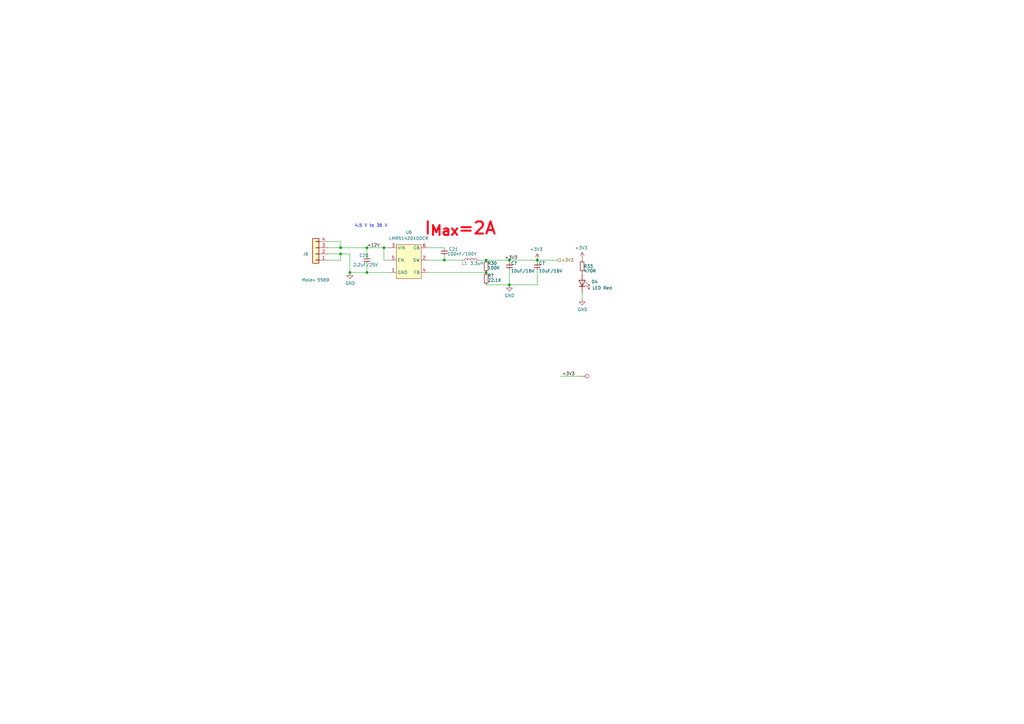
<source format=kicad_sch>
(kicad_sch
	(version 20231120)
	(generator "eeschema")
	(generator_version "8.0")
	(uuid "320f2caf-f00f-4432-86ed-f2c19d076281")
	(paper "A3")
	(title_block
		(date "2023-10-19")
		(rev "V0.1")
		(company "teTra")
	)
	(lib_symbols
		(symbol "Library:+3V3"
			(power)
			(pin_names
				(offset 0)
			)
			(exclude_from_sim no)
			(in_bom yes)
			(on_board yes)
			(property "Reference" "#PWR"
				(at 0 -3.81 0)
				(effects
					(font
						(size 1.27 1.27)
					)
					(hide yes)
				)
			)
			(property "Value" "+3V3"
				(at 0 3.556 0)
				(effects
					(font
						(size 1.27 1.27)
					)
				)
			)
			(property "Footprint" ""
				(at 0 0 0)
				(effects
					(font
						(size 1.27 1.27)
					)
					(hide yes)
				)
			)
			(property "Datasheet" ""
				(at 0 0 0)
				(effects
					(font
						(size 1.27 1.27)
					)
					(hide yes)
				)
			)
			(property "Description" "Power symbol creates a global label with name \"+3V3\""
				(at 0 0 0)
				(effects
					(font
						(size 1.27 1.27)
					)
					(hide yes)
				)
			)
			(property "ki_keywords" "global power"
				(at 0 0 0)
				(effects
					(font
						(size 1.27 1.27)
					)
					(hide yes)
				)
			)
			(symbol "+3V3_0_1"
				(polyline
					(pts
						(xy -0.762 1.27) (xy 0 2.54)
					)
					(stroke
						(width 0)
						(type default)
					)
					(fill
						(type none)
					)
				)
				(polyline
					(pts
						(xy 0 0) (xy 0 2.54)
					)
					(stroke
						(width 0)
						(type default)
					)
					(fill
						(type none)
					)
				)
				(polyline
					(pts
						(xy 0 2.54) (xy 0.762 1.27)
					)
					(stroke
						(width 0)
						(type default)
					)
					(fill
						(type none)
					)
				)
			)
			(symbol "+3V3_1_1"
				(pin power_in line
					(at 0 0 90)
					(length 0) hide
					(name "+3V3"
						(effects
							(font
								(size 1.27 1.27)
							)
						)
					)
					(number "1"
						(effects
							(font
								(size 1.27 1.27)
							)
						)
					)
				)
			)
		)
		(symbol "Library:C"
			(pin_numbers hide)
			(pin_names
				(offset 0.254)
			)
			(exclude_from_sim no)
			(in_bom yes)
			(on_board yes)
			(property "Reference" "C"
				(at 0.635 2.54 0)
				(effects
					(font
						(size 1.27 1.27)
					)
					(justify left)
				)
			)
			(property "Value" "C"
				(at 0.635 -2.54 0)
				(effects
					(font
						(size 1.27 1.27)
					)
					(justify left)
				)
			)
			(property "Footprint" ""
				(at 0.9652 -3.81 0)
				(effects
					(font
						(size 1.27 1.27)
					)
					(hide yes)
				)
			)
			(property "Datasheet" "~"
				(at 0 0 0)
				(effects
					(font
						(size 1.27 1.27)
					)
					(hide yes)
				)
			)
			(property "Description" "Unpolarized capacitor"
				(at 0 0 0)
				(effects
					(font
						(size 1.27 1.27)
					)
					(hide yes)
				)
			)
			(property "ki_keywords" "cap capacitor"
				(at 0 0 0)
				(effects
					(font
						(size 1.27 1.27)
					)
					(hide yes)
				)
			)
			(property "ki_fp_filters" "C_*"
				(at 0 0 0)
				(effects
					(font
						(size 1.27 1.27)
					)
					(hide yes)
				)
			)
			(symbol "C_1_1"
				(polyline
					(pts
						(xy -1.27 -0.508) (xy 1.27 -0.508)
					)
					(stroke
						(width 0.254)
						(type default)
					)
					(fill
						(type none)
					)
				)
				(polyline
					(pts
						(xy -1.27 0.508) (xy 1.27 0.508)
					)
					(stroke
						(width 0.254)
						(type default)
					)
					(fill
						(type none)
					)
				)
				(pin passive line
					(at 0 1.27 270)
					(length 0.762)
					(name "~"
						(effects
							(font
								(size 1.27 1.27)
							)
						)
					)
					(number "1"
						(effects
							(font
								(size 1.27 1.27)
							)
						)
					)
				)
				(pin passive line
					(at 0 -1.27 90)
					(length 0.762)
					(name "~"
						(effects
							(font
								(size 1.27 1.27)
							)
						)
					)
					(number "2"
						(effects
							(font
								(size 1.27 1.27)
							)
						)
					)
				)
			)
		)
		(symbol "Library:Conn_01x04"
			(pin_names
				(offset 1.016) hide)
			(exclude_from_sim no)
			(in_bom yes)
			(on_board yes)
			(property "Reference" "J"
				(at 0 5.08 0)
				(effects
					(font
						(size 1.27 1.27)
					)
				)
			)
			(property "Value" "Conn_01x04"
				(at 0 -7.62 0)
				(effects
					(font
						(size 1.27 1.27)
					)
				)
			)
			(property "Footprint" "Connector_PinHeader_2.54mm:PinHeader_1x04_P2.54mm_Vertical"
				(at 0 0 0)
				(effects
					(font
						(size 1.27 1.27)
					)
					(hide yes)
				)
			)
			(property "Datasheet" "~"
				(at 0 0 0)
				(effects
					(font
						(size 1.27 1.27)
					)
					(hide yes)
				)
			)
			(property "Description" "Generic connector, single row, 01x04, script generated (kicad-library-utils/schlib/autogen/connector/)"
				(at 0 0 0)
				(effects
					(font
						(size 1.27 1.27)
					)
					(hide yes)
				)
			)
			(property "ki_keywords" "connector"
				(at 0 0 0)
				(effects
					(font
						(size 1.27 1.27)
					)
					(hide yes)
				)
			)
			(property "ki_fp_filters" "Connector*:*_1x??_*"
				(at 0 0 0)
				(effects
					(font
						(size 1.27 1.27)
					)
					(hide yes)
				)
			)
			(symbol "Conn_01x04_1_1"
				(rectangle
					(start -1.27 -4.953)
					(end 0 -5.207)
					(stroke
						(width 0.1524)
						(type default)
					)
					(fill
						(type none)
					)
				)
				(rectangle
					(start -1.27 -2.413)
					(end 0 -2.667)
					(stroke
						(width 0.1524)
						(type default)
					)
					(fill
						(type none)
					)
				)
				(rectangle
					(start -1.27 0.127)
					(end 0 -0.127)
					(stroke
						(width 0.1524)
						(type default)
					)
					(fill
						(type none)
					)
				)
				(rectangle
					(start -1.27 2.667)
					(end 0 2.413)
					(stroke
						(width 0.1524)
						(type default)
					)
					(fill
						(type none)
					)
				)
				(rectangle
					(start -1.27 3.81)
					(end 1.27 -6.35)
					(stroke
						(width 0.254)
						(type default)
					)
					(fill
						(type background)
					)
				)
				(pin passive line
					(at -5.08 2.54 0)
					(length 3.81)
					(name "Pin_1"
						(effects
							(font
								(size 1.27 1.27)
							)
						)
					)
					(number "1"
						(effects
							(font
								(size 1.27 1.27)
							)
						)
					)
				)
				(pin passive line
					(at -5.08 0 0)
					(length 3.81)
					(name "Pin_2"
						(effects
							(font
								(size 1.27 1.27)
							)
						)
					)
					(number "2"
						(effects
							(font
								(size 1.27 1.27)
							)
						)
					)
				)
				(pin passive line
					(at -5.08 -2.54 0)
					(length 3.81)
					(name "Pin_3"
						(effects
							(font
								(size 1.27 1.27)
							)
						)
					)
					(number "3"
						(effects
							(font
								(size 1.27 1.27)
							)
						)
					)
				)
				(pin passive line
					(at -5.08 -5.08 0)
					(length 3.81)
					(name "Pin_4"
						(effects
							(font
								(size 1.27 1.27)
							)
						)
					)
					(number "4"
						(effects
							(font
								(size 1.27 1.27)
							)
						)
					)
				)
			)
		)
		(symbol "Library:GND"
			(power)
			(pin_names
				(offset 0)
			)
			(exclude_from_sim no)
			(in_bom yes)
			(on_board yes)
			(property "Reference" "#PWR"
				(at 0 -6.35 0)
				(effects
					(font
						(size 1.27 1.27)
					)
					(hide yes)
				)
			)
			(property "Value" "GND"
				(at 0 -3.81 0)
				(effects
					(font
						(size 1.27 1.27)
					)
				)
			)
			(property "Footprint" ""
				(at 0 0 0)
				(effects
					(font
						(size 1.27 1.27)
					)
					(hide yes)
				)
			)
			(property "Datasheet" ""
				(at 0 0 0)
				(effects
					(font
						(size 1.27 1.27)
					)
					(hide yes)
				)
			)
			(property "Description" "Power symbol creates a global label with name \"GND\" , ground"
				(at 0 0 0)
				(effects
					(font
						(size 1.27 1.27)
					)
					(hide yes)
				)
			)
			(property "ki_keywords" "global power"
				(at 0 0 0)
				(effects
					(font
						(size 1.27 1.27)
					)
					(hide yes)
				)
			)
			(symbol "GND_0_1"
				(polyline
					(pts
						(xy 0 0) (xy 0 -1.27) (xy 1.27 -1.27) (xy 0 -2.54) (xy -1.27 -1.27) (xy 0 -1.27)
					)
					(stroke
						(width 0)
						(type default)
					)
					(fill
						(type none)
					)
				)
			)
			(symbol "GND_1_1"
				(pin power_in line
					(at 0 0 270)
					(length 0) hide
					(name "GND"
						(effects
							(font
								(size 1.27 1.27)
							)
						)
					)
					(number "1"
						(effects
							(font
								(size 1.27 1.27)
							)
						)
					)
				)
			)
		)
		(symbol "Library:L"
			(pin_numbers hide)
			(pin_names
				(offset 1.016) hide)
			(exclude_from_sim no)
			(in_bom yes)
			(on_board yes)
			(property "Reference" "L"
				(at -1.27 0 90)
				(effects
					(font
						(size 1.27 1.27)
					)
				)
			)
			(property "Value" "L"
				(at 1.905 0 90)
				(effects
					(font
						(size 1.27 1.27)
					)
				)
			)
			(property "Footprint" ""
				(at 0 0 0)
				(effects
					(font
						(size 1.27 1.27)
					)
					(hide yes)
				)
			)
			(property "Datasheet" "~"
				(at 0 0 0)
				(effects
					(font
						(size 1.27 1.27)
					)
					(hide yes)
				)
			)
			(property "Description" "Inductor"
				(at 0 0 0)
				(effects
					(font
						(size 1.27 1.27)
					)
					(hide yes)
				)
			)
			(property "ki_keywords" "inductor choke coil reactor magnetic"
				(at 0 0 0)
				(effects
					(font
						(size 1.27 1.27)
					)
					(hide yes)
				)
			)
			(property "ki_fp_filters" "Choke_* *Coil* Inductor_* L_*"
				(at 0 0 0)
				(effects
					(font
						(size 1.27 1.27)
					)
					(hide yes)
				)
			)
			(symbol "L_0_1"
				(arc
					(start 0 -2.54)
					(mid 0.6323 -1.905)
					(end 0 -1.27)
					(stroke
						(width 0)
						(type default)
					)
					(fill
						(type none)
					)
				)
				(arc
					(start 0 -1.27)
					(mid 0.6323 -0.635)
					(end 0 0)
					(stroke
						(width 0)
						(type default)
					)
					(fill
						(type none)
					)
				)
				(arc
					(start 0 0)
					(mid 0.6323 0.635)
					(end 0 1.27)
					(stroke
						(width 0)
						(type default)
					)
					(fill
						(type none)
					)
				)
				(arc
					(start 0 1.27)
					(mid 0.6323 1.905)
					(end 0 2.54)
					(stroke
						(width 0)
						(type default)
					)
					(fill
						(type none)
					)
				)
			)
			(symbol "L_1_1"
				(pin passive line
					(at 0 3.81 270)
					(length 1.27)
					(name "1"
						(effects
							(font
								(size 1.27 1.27)
							)
						)
					)
					(number "1"
						(effects
							(font
								(size 1.27 1.27)
							)
						)
					)
				)
				(pin passive line
					(at 0 -3.81 90)
					(length 1.27)
					(name "2"
						(effects
							(font
								(size 1.27 1.27)
							)
						)
					)
					(number "2"
						(effects
							(font
								(size 1.27 1.27)
							)
						)
					)
				)
			)
		)
		(symbol "Library:LED"
			(pin_numbers hide)
			(pin_names
				(offset 1.016) hide)
			(exclude_from_sim no)
			(in_bom yes)
			(on_board yes)
			(property "Reference" "D"
				(at -0.762 -2.54 0)
				(effects
					(font
						(size 1.27 1.27)
					)
				)
			)
			(property "Value" "LED"
				(at -0.762 4.318 0)
				(effects
					(font
						(size 1.27 1.27)
					)
				)
			)
			(property "Footprint" ""
				(at 0 0 0)
				(effects
					(font
						(size 1.27 1.27)
					)
					(hide yes)
				)
			)
			(property "Datasheet" "~"
				(at 0 0 0)
				(effects
					(font
						(size 1.27 1.27)
					)
					(hide yes)
				)
			)
			(property "Description" "Light emitting diode"
				(at 0 0 0)
				(effects
					(font
						(size 1.27 1.27)
					)
					(hide yes)
				)
			)
			(property "ki_keywords" "LED diode"
				(at 0 0 0)
				(effects
					(font
						(size 1.27 1.27)
					)
					(hide yes)
				)
			)
			(property "ki_fp_filters" "LED* LED_SMD:* LED_THT:*"
				(at 0 0 0)
				(effects
					(font
						(size 1.27 1.27)
					)
					(hide yes)
				)
			)
			(symbol "LED_0_1"
				(polyline
					(pts
						(xy 1.27 0) (xy -1.27 0)
					)
					(stroke
						(width 0)
						(type default)
					)
					(fill
						(type none)
					)
				)
				(polyline
					(pts
						(xy 1.27 1.27) (xy 1.27 -1.27)
					)
					(stroke
						(width 0.254)
						(type default)
					)
					(fill
						(type none)
					)
				)
				(polyline
					(pts
						(xy -1.27 1.27) (xy -1.27 -1.27) (xy 1.27 0) (xy -1.27 1.27)
					)
					(stroke
						(width 0.254)
						(type default)
					)
					(fill
						(type none)
					)
				)
				(polyline
					(pts
						(xy -0.508 1.524) (xy 1.016 3.048) (xy 0.254 3.048) (xy 1.016 3.048) (xy 1.016 2.286)
					)
					(stroke
						(width 0)
						(type default)
					)
					(fill
						(type none)
					)
				)
				(polyline
					(pts
						(xy 0.762 1.524) (xy 2.286 3.048) (xy 1.524 3.048) (xy 2.286 3.048) (xy 2.286 2.286)
					)
					(stroke
						(width 0)
						(type default)
					)
					(fill
						(type none)
					)
				)
			)
			(symbol "LED_1_1"
				(pin passive line
					(at 3.81 0 180)
					(length 2.54)
					(name "K"
						(effects
							(font
								(size 1.27 1.27)
							)
						)
					)
					(number "1"
						(effects
							(font
								(size 1.27 1.27)
							)
						)
					)
				)
				(pin passive line
					(at -3.81 0 0)
					(length 2.54)
					(name "A"
						(effects
							(font
								(size 1.27 1.27)
							)
						)
					)
					(number "2"
						(effects
							(font
								(size 1.27 1.27)
							)
						)
					)
				)
			)
		)
		(symbol "Library:LMR51420"
			(exclude_from_sim no)
			(in_bom yes)
			(on_board yes)
			(property "Reference" "U"
				(at 2.54 7.62 0)
				(effects
					(font
						(size 1.27 1.27)
					)
				)
			)
			(property "Value" "LM51420"
				(at 0 0 0)
				(effects
					(font
						(size 1.27 1.27)
					)
				)
			)
			(property "Footprint" "Package_TO_SOT_SMD:SOT-23-6_Handsoldering"
				(at 0 0 0)
				(effects
					(font
						(size 1.27 1.27)
					)
					(hide yes)
				)
			)
			(property "Datasheet" "https://www.ti.com/lit/ds/symlink/lmr51420.pdf"
				(at 0 0 0)
				(effects
					(font
						(size 1.27 1.27)
					)
					(hide yes)
				)
			)
			(property "Description" "Buck Switching Regulator IC Positive Adjustable 0.6V 1 Output 2A SOT-23-6 Thin, TSOT-23-6"
				(at 0 0 0)
				(effects
					(font
						(size 1.27 1.27)
					)
					(hide yes)
				)
			)
			(property "MPN" "LMR51420XDDCR"
				(at 0 0 0)
				(effects
					(font
						(size 1.27 1.27)
					)
					(hide yes)
				)
			)
			(symbol "LMR51420_1_1"
				(rectangle
					(start -2.54 6.35)
					(end 7.62 -7.62)
					(stroke
						(width 0)
						(type default)
					)
					(fill
						(type background)
					)
				)
				(pin input line
					(at -5.08 -5.08 0)
					(length 2.54)
					(name "GND"
						(effects
							(font
								(size 1.27 1.27)
							)
						)
					)
					(number "1"
						(effects
							(font
								(size 1.27 1.27)
							)
						)
					)
				)
				(pin input line
					(at 10.16 0 180)
					(length 2.54)
					(name "SW"
						(effects
							(font
								(size 1.27 1.27)
							)
						)
					)
					(number "2"
						(effects
							(font
								(size 1.27 1.27)
							)
						)
					)
				)
				(pin input line
					(at -5.08 5.08 0)
					(length 2.54)
					(name "VIN"
						(effects
							(font
								(size 1.27 1.27)
							)
						)
					)
					(number "3"
						(effects
							(font
								(size 1.27 1.27)
							)
						)
					)
				)
				(pin input line
					(at 10.16 -5.08 180)
					(length 2.54)
					(name "FB"
						(effects
							(font
								(size 1.27 1.27)
							)
						)
					)
					(number "4"
						(effects
							(font
								(size 1.27 1.27)
							)
						)
					)
				)
				(pin input line
					(at -5.08 0 0)
					(length 2.54)
					(name "EN"
						(effects
							(font
								(size 1.27 1.27)
							)
						)
					)
					(number "5"
						(effects
							(font
								(size 1.27 1.27)
							)
						)
					)
				)
				(pin input line
					(at 10.16 5.08 180)
					(length 2.54)
					(name "CB"
						(effects
							(font
								(size 1.27 1.27)
							)
						)
					)
					(number "6"
						(effects
							(font
								(size 1.27 1.27)
							)
						)
					)
				)
			)
		)
		(symbol "Library:R_Small"
			(pin_numbers hide)
			(pin_names
				(offset 0.254) hide)
			(exclude_from_sim no)
			(in_bom yes)
			(on_board yes)
			(property "Reference" "R"
				(at 0.762 0.508 0)
				(effects
					(font
						(size 1.27 1.27)
					)
					(justify left)
				)
			)
			(property "Value" "R_Small"
				(at 0.762 -1.016 0)
				(effects
					(font
						(size 1.27 1.27)
					)
					(justify left)
				)
			)
			(property "Footprint" ""
				(at 0 0 0)
				(effects
					(font
						(size 1.27 1.27)
					)
					(hide yes)
				)
			)
			(property "Datasheet" "~"
				(at 0 0 0)
				(effects
					(font
						(size 1.27 1.27)
					)
					(hide yes)
				)
			)
			(property "Description" "Resistor, small symbol"
				(at 0 0 0)
				(effects
					(font
						(size 1.27 1.27)
					)
					(hide yes)
				)
			)
			(property "ki_keywords" "R resistor"
				(at 0 0 0)
				(effects
					(font
						(size 1.27 1.27)
					)
					(hide yes)
				)
			)
			(property "ki_fp_filters" "R_*"
				(at 0 0 0)
				(effects
					(font
						(size 1.27 1.27)
					)
					(hide yes)
				)
			)
			(symbol "R_Small_0_1"
				(rectangle
					(start -0.762 1.778)
					(end 0.762 -1.778)
					(stroke
						(width 0.2032)
						(type default)
					)
					(fill
						(type none)
					)
				)
			)
			(symbol "R_Small_1_1"
				(pin passive line
					(at 0 2.54 270)
					(length 0.762)
					(name "~"
						(effects
							(font
								(size 1.27 1.27)
							)
						)
					)
					(number "1"
						(effects
							(font
								(size 1.27 1.27)
							)
						)
					)
				)
				(pin passive line
					(at 0 -2.54 90)
					(length 0.762)
					(name "~"
						(effects
							(font
								(size 1.27 1.27)
							)
						)
					)
					(number "2"
						(effects
							(font
								(size 1.27 1.27)
							)
						)
					)
				)
			)
		)
		(symbol "Library:TestPoint"
			(pin_numbers hide)
			(pin_names
				(offset 0.762) hide)
			(exclude_from_sim no)
			(in_bom yes)
			(on_board yes)
			(property "Reference" "TP"
				(at 0 6.858 0)
				(effects
					(font
						(size 1.27 1.27)
					)
				)
			)
			(property "Value" "TestPoint"
				(at 0 5.08 0)
				(effects
					(font
						(size 1.27 1.27)
					)
				)
			)
			(property "Footprint" ""
				(at 5.08 0 0)
				(effects
					(font
						(size 1.27 1.27)
					)
					(hide yes)
				)
			)
			(property "Datasheet" "~"
				(at 5.08 0 0)
				(effects
					(font
						(size 1.27 1.27)
					)
					(hide yes)
				)
			)
			(property "Description" "test point"
				(at 0 0 0)
				(effects
					(font
						(size 1.27 1.27)
					)
					(hide yes)
				)
			)
			(property "ki_keywords" "test point tp"
				(at 0 0 0)
				(effects
					(font
						(size 1.27 1.27)
					)
					(hide yes)
				)
			)
			(property "ki_fp_filters" "Pin* Test*"
				(at 0 0 0)
				(effects
					(font
						(size 1.27 1.27)
					)
					(hide yes)
				)
			)
			(symbol "TestPoint_0_1"
				(circle
					(center 0 3.302)
					(radius 0.762)
					(stroke
						(width 0)
						(type default)
					)
					(fill
						(type none)
					)
				)
			)
			(symbol "TestPoint_1_1"
				(pin passive line
					(at 0 0 90)
					(length 2.54)
					(name "1"
						(effects
							(font
								(size 1.27 1.27)
							)
						)
					)
					(number "1"
						(effects
							(font
								(size 1.27 1.27)
							)
						)
					)
				)
			)
		)
	)
	(junction
		(at 139.7 101.6)
		(diameter 0)
		(color 0 0 0 0)
		(uuid "1fee7654-75a2-41f4-9057-458c60f65672")
	)
	(junction
		(at 199.39 111.76)
		(diameter 0)
		(color 0 0 0 0)
		(uuid "29144466-7e96-4d51-80d1-c49736fa2bc4")
	)
	(junction
		(at 220.345 106.68)
		(diameter 0)
		(color 0 0 0 0)
		(uuid "35273a59-c037-447b-85d4-ec84f98a11ba")
	)
	(junction
		(at 199.39 106.68)
		(diameter 0)
		(color 0 0 0 0)
		(uuid "5bc0c177-e187-4b2d-8d6d-cd38ae6c4e85")
	)
	(junction
		(at 182.245 106.68)
		(diameter 0)
		(color 0 0 0 0)
		(uuid "61d92f39-c5e9-48d5-894f-a5fc74e9add8")
	)
	(junction
		(at 150.495 111.76)
		(diameter 0)
		(color 0 0 0 0)
		(uuid "6b59f74b-88a0-4e9d-89ff-f92784181315")
	)
	(junction
		(at 208.915 116.84)
		(diameter 0)
		(color 0 0 0 0)
		(uuid "96fb71f3-0e23-47e9-b6b5-360045d2ef7e")
	)
	(junction
		(at 150.495 101.6)
		(diameter 0)
		(color 0 0 0 0)
		(uuid "ccb1139c-07ad-412a-836d-9d3943567551")
	)
	(junction
		(at 208.915 106.68)
		(diameter 0)
		(color 0 0 0 0)
		(uuid "e02390c4-79fa-41f5-ab89-8ada9443d850")
	)
	(junction
		(at 157.48 101.6)
		(diameter 0)
		(color 0 0 0 0)
		(uuid "e4254500-a2be-4e50-9d4e-a7cd632c0564")
	)
	(junction
		(at 139.7 104.14)
		(diameter 0)
		(color 0 0 0 0)
		(uuid "fa9c33cf-303f-4400-b46a-3883e9e8e10b")
	)
	(junction
		(at 143.51 111.76)
		(diameter 0)
		(color 0 0 0 0)
		(uuid "febf7e91-2df9-44a0-abf8-4dddeb6ce259")
	)
	(wire
		(pts
			(xy 182.245 102.235) (xy 182.245 101.6)
		)
		(stroke
			(width 0)
			(type default)
		)
		(uuid "0469e5ac-046a-4fa8-973e-7388c1e7d7a8")
	)
	(wire
		(pts
			(xy 157.48 101.6) (xy 157.48 106.68)
		)
		(stroke
			(width 0)
			(type default)
		)
		(uuid "0d3a0ba7-1953-486c-a11f-1f8f1439a447")
	)
	(wire
		(pts
			(xy 229.87 154.305) (xy 237.49 154.305)
		)
		(stroke
			(width 0)
			(type default)
		)
		(uuid "14c45e74-9ddb-4a88-8125-2229376ab26f")
	)
	(wire
		(pts
			(xy 182.245 104.775) (xy 182.245 106.68)
		)
		(stroke
			(width 0)
			(type default)
		)
		(uuid "152384d6-d0b9-41bc-8d01-3087f7a47946")
	)
	(wire
		(pts
			(xy 150.495 107.95) (xy 150.495 111.76)
		)
		(stroke
			(width 0)
			(type default)
		)
		(uuid "1cc296be-f7be-40e4-8be7-b944ac4a0aa8")
	)
	(wire
		(pts
			(xy 143.51 111.76) (xy 150.495 111.76)
		)
		(stroke
			(width 0)
			(type default)
		)
		(uuid "1e05a4ef-8a17-4cd8-8f87-43aa62427042")
	)
	(wire
		(pts
			(xy 238.76 111.76) (xy 238.76 112.395)
		)
		(stroke
			(width 0)
			(type default)
		)
		(uuid "250d3937-f53d-49ab-9a23-bc0bea4b5345")
	)
	(wire
		(pts
			(xy 139.7 101.6) (xy 150.495 101.6)
		)
		(stroke
			(width 0)
			(type default)
		)
		(uuid "2b18c1ee-136e-4276-994d-0f858cbba886")
	)
	(wire
		(pts
			(xy 220.345 106.68) (xy 228.6 106.68)
		)
		(stroke
			(width 0)
			(type default)
		)
		(uuid "3b1d46c3-148e-49c5-b398-dd1080ffab16")
	)
	(wire
		(pts
			(xy 175.26 111.76) (xy 199.39 111.76)
		)
		(stroke
			(width 0)
			(type default)
		)
		(uuid "4f7f12e4-1149-410a-99ae-3fc9466b87b7")
	)
	(wire
		(pts
			(xy 150.495 111.76) (xy 160.02 111.76)
		)
		(stroke
			(width 0)
			(type default)
		)
		(uuid "54943512-e3f2-46ed-bba5-6eace142a1b2")
	)
	(wire
		(pts
			(xy 238.76 106.68) (xy 238.76 106.045)
		)
		(stroke
			(width 0)
			(type default)
		)
		(uuid "567a5f93-f1d9-41b3-84dc-3e943f3ff1ad")
	)
	(wire
		(pts
			(xy 175.26 106.68) (xy 182.245 106.68)
		)
		(stroke
			(width 0)
			(type default)
		)
		(uuid "58456133-6171-4abd-9b11-a0696a3b1ca8")
	)
	(wire
		(pts
			(xy 208.915 106.68) (xy 208.915 107.95)
		)
		(stroke
			(width 0)
			(type default)
		)
		(uuid "59077188-1267-4d68-be5b-dc6a947a6d8e")
	)
	(wire
		(pts
			(xy 134.62 106.68) (xy 139.7 106.68)
		)
		(stroke
			(width 0)
			(type default)
		)
		(uuid "5bbe136c-265f-4ebc-9e02-2f1cb4180a01")
	)
	(wire
		(pts
			(xy 199.39 116.84) (xy 208.915 116.84)
		)
		(stroke
			(width 0)
			(type default)
		)
		(uuid "70a9c38f-0839-42ea-9bfe-c954f0e97a69")
	)
	(wire
		(pts
			(xy 139.7 104.14) (xy 143.51 104.14)
		)
		(stroke
			(width 0)
			(type default)
		)
		(uuid "75a814d8-b11f-45c2-9cff-b4aebc4860b0")
	)
	(wire
		(pts
			(xy 150.495 101.6) (xy 157.48 101.6)
		)
		(stroke
			(width 0)
			(type default)
		)
		(uuid "7be9def3-5a03-437c-849e-67b144acd5b9")
	)
	(wire
		(pts
			(xy 134.62 101.6) (xy 139.7 101.6)
		)
		(stroke
			(width 0)
			(type default)
		)
		(uuid "7ee4eb35-3418-4802-8977-ff1c3ce6f9da")
	)
	(wire
		(pts
			(xy 157.48 106.68) (xy 160.02 106.68)
		)
		(stroke
			(width 0)
			(type default)
		)
		(uuid "7f48b6ea-8307-450b-b5a4-29af75e803a3")
	)
	(wire
		(pts
			(xy 157.48 101.6) (xy 160.02 101.6)
		)
		(stroke
			(width 0)
			(type default)
		)
		(uuid "85fdeba7-5c1b-4b41-b30e-d7845d4d0980")
	)
	(wire
		(pts
			(xy 143.51 104.14) (xy 143.51 111.76)
		)
		(stroke
			(width 0)
			(type default)
		)
		(uuid "86edff3b-291b-4d60-bd18-ca8058446acf")
	)
	(wire
		(pts
			(xy 134.62 99.06) (xy 139.7 99.06)
		)
		(stroke
			(width 0)
			(type default)
		)
		(uuid "8d083ec0-85e1-4179-89f1-3da40a5098e4")
	)
	(wire
		(pts
			(xy 150.495 101.6) (xy 150.495 105.41)
		)
		(stroke
			(width 0)
			(type default)
		)
		(uuid "8e477447-eb4d-489b-be37-f5dcb9a45f2a")
	)
	(wire
		(pts
			(xy 175.26 101.6) (xy 182.245 101.6)
		)
		(stroke
			(width 0)
			(type default)
		)
		(uuid "944cd41c-12ee-4396-baf7-bad8a5174d9f")
	)
	(wire
		(pts
			(xy 199.39 106.68) (xy 208.915 106.68)
		)
		(stroke
			(width 0)
			(type default)
		)
		(uuid "9514ea63-a156-40f4-9dc0-36abe29d5ad8")
	)
	(wire
		(pts
			(xy 220.345 106.68) (xy 220.345 107.95)
		)
		(stroke
			(width 0)
			(type default)
		)
		(uuid "97bd0923-9b9d-46b9-abeb-cbed2619da45")
	)
	(wire
		(pts
			(xy 182.245 106.68) (xy 189.23 106.68)
		)
		(stroke
			(width 0)
			(type default)
		)
		(uuid "a100e90e-35c4-4f97-9164-aa30791e5053")
	)
	(wire
		(pts
			(xy 220.345 110.49) (xy 220.345 116.84)
		)
		(stroke
			(width 0)
			(type default)
		)
		(uuid "a9521371-2240-4d53-941e-254055dc7641")
	)
	(wire
		(pts
			(xy 196.85 106.68) (xy 199.39 106.68)
		)
		(stroke
			(width 0)
			(type default)
		)
		(uuid "aa32980a-6228-4f42-8aab-8c6038d4bce9")
	)
	(wire
		(pts
			(xy 139.7 99.06) (xy 139.7 101.6)
		)
		(stroke
			(width 0)
			(type default)
		)
		(uuid "b1b50962-7d4f-4d7e-a0e5-8d5f9afd6484")
	)
	(wire
		(pts
			(xy 238.76 120.015) (xy 238.76 122.555)
		)
		(stroke
			(width 0)
			(type default)
		)
		(uuid "b1f4635e-a6fb-42ce-a22c-09920d9c231f")
	)
	(wire
		(pts
			(xy 139.7 106.68) (xy 139.7 104.14)
		)
		(stroke
			(width 0)
			(type default)
		)
		(uuid "b7c29ea6-dee4-400e-bda9-dd60ddfe62fb")
	)
	(wire
		(pts
			(xy 208.915 110.49) (xy 208.915 116.84)
		)
		(stroke
			(width 0)
			(type default)
		)
		(uuid "bfc9f007-3d45-437c-b38a-6d13c90208ba")
	)
	(wire
		(pts
			(xy 134.62 104.14) (xy 139.7 104.14)
		)
		(stroke
			(width 0)
			(type default)
		)
		(uuid "f044e456-7ebd-4176-9201-0625f1d3898d")
	)
	(wire
		(pts
			(xy 208.915 116.84) (xy 220.345 116.84)
		)
		(stroke
			(width 0)
			(type default)
		)
		(uuid "f8fab778-029f-42a2-90f4-16c461c8c0f6")
	)
	(wire
		(pts
			(xy 208.915 106.68) (xy 220.345 106.68)
		)
		(stroke
			(width 0)
			(type default)
		)
		(uuid "fae627ba-c63d-4e24-b3c7-86efd665fac1")
	)
	(text "I_{Max}=2A"
		(exclude_from_sim no)
		(at 173.736 96.6978 0)
		(effects
			(font
				(size 5 5)
				(thickness 0.8)
				(bold yes)
				(color 255 3 22 1)
			)
			(justify left bottom)
		)
		(uuid "1570ff9c-e7ed-48d8-8d45-6fe133da4d17")
	)
	(text "4.5 V to 36 V\n"
		(exclude_from_sim no)
		(at 145.415 93.345 0)
		(effects
			(font
				(size 1.27 1.27)
			)
			(justify left bottom)
		)
		(uuid "c3bcacd1-0fc0-48b4-bd95-f03cac9dc2a4")
	)
	(label "+3V3"
		(at 230.505 154.305 0)
		(fields_autoplaced yes)
		(effects
			(font
				(size 1.27 1.27)
			)
			(justify left bottom)
		)
		(uuid "5d7874e3-727c-41c8-91d3-ffe0af7b63a0")
	)
	(label "+3V3"
		(at 207.01 106.68 0)
		(fields_autoplaced yes)
		(effects
			(font
				(size 1.27 1.27)
			)
			(justify left bottom)
		)
		(uuid "c4ef4bd0-3f91-4c4e-a63a-644adca90d6c")
	)
	(label "+12V"
		(at 150.495 101.6 0)
		(fields_autoplaced yes)
		(effects
			(font
				(size 1.27 1.27)
			)
			(justify left bottom)
		)
		(uuid "d0e713de-ece8-480f-870f-ac1afe8bc551")
	)
	(hierarchical_label "+3V3"
		(shape input)
		(at 228.6 106.68 0)
		(fields_autoplaced yes)
		(effects
			(font
				(size 1.27 1.27)
			)
			(justify left)
		)
		(uuid "e02ceb9d-c60d-4c2a-896a-41e8b6db30e7")
	)
	(symbol
		(lib_id "Library:L")
		(at 193.04 106.68 90)
		(unit 1)
		(exclude_from_sim no)
		(in_bom yes)
		(on_board yes)
		(dnp no)
		(uuid "00000000-0000-0000-0000-00005c70a0c0")
		(property "Reference" "L1"
			(at 190.5 107.95 90)
			(effects
				(font
					(size 1.27 1.27)
				)
			)
		)
		(property "Value" "3.3uH"
			(at 195.58 107.95 90)
			(effects
				(font
					(size 1.27 1.27)
				)
			)
		)
		(property "Footprint" "Inductor_SMD:L_Bourns_SRP5030T"
			(at 193.04 106.68 0)
			(effects
				(font
					(size 1.27 1.27)
				)
				(hide yes)
			)
		)
		(property "Datasheet" "https://www.bourns.com/docs/Product-Datasheets/SRP5030CC.pdf"
			(at 193.04 106.68 0)
			(effects
				(font
					(size 1.27 1.27)
				)
				(hide yes)
			)
		)
		(property "Description" "3.3 µH Shielded Wirewound Inductor 5 A 38mOhm Max Nonstandard"
			(at 193.04 106.68 90)
			(effects
				(font
					(size 1.27 1.27)
				)
				(hide yes)
			)
		)
		(property "MPN" "SRP5030CC-3R3M"
			(at 193.04 106.68 0)
			(effects
				(font
					(size 1.27 1.27)
				)
				(hide yes)
			)
		)
		(property "Link" "https://www.digikey.jp/en/products/detail/bourns-inc/SRP5030CC-3R3M/21263799?s=N4IgTCBcDaIMoCUAKBWADAZjQYWwWgwQwFkQBdAXyA"
			(at 193.04 106.68 90)
			(effects
				(font
					(size 1.27 1.27)
				)
				(hide yes)
			)
		)
		(pin "1"
			(uuid "e7df8030-2c52-4ba2-878a-8c8851921cee")
		)
		(pin "2"
			(uuid "5c4a8b37-2c00-4746-b0ed-616015f3a24f")
		)
		(instances
			(project "LTC6811_ESP32_V1p21"
				(path "/6a86ff6f-b159-4c4c-8a40-e732cc82e010/00000000-0000-0000-0000-00005ac18063"
					(reference "L1")
					(unit 1)
				)
			)
		)
	)
	(symbol
		(lib_id "Library:GND")
		(at 208.915 116.84 0)
		(unit 1)
		(exclude_from_sim no)
		(in_bom yes)
		(on_board yes)
		(dnp no)
		(uuid "00000000-0000-0000-0000-00005c74287e")
		(property "Reference" "#PWR024"
			(at 208.915 123.19 0)
			(effects
				(font
					(size 1.27 1.27)
				)
				(hide yes)
			)
		)
		(property "Value" "GND"
			(at 209.042 121.2342 0)
			(effects
				(font
					(size 1.27 1.27)
				)
			)
		)
		(property "Footprint" ""
			(at 208.915 116.84 0)
			(effects
				(font
					(size 1.27 1.27)
				)
				(hide yes)
			)
		)
		(property "Datasheet" ""
			(at 208.915 116.84 0)
			(effects
				(font
					(size 1.27 1.27)
				)
				(hide yes)
			)
		)
		(property "Description" ""
			(at 208.915 116.84 0)
			(effects
				(font
					(size 1.27 1.27)
				)
				(hide yes)
			)
		)
		(pin "1"
			(uuid "d2e83e23-29a4-4b8f-8ff7-b0bb958de396")
		)
		(instances
			(project "LTC6811_ESP32_V1p21"
				(path "/6a86ff6f-b159-4c4c-8a40-e732cc82e010/00000000-0000-0000-0000-00005ac18063"
					(reference "#PWR024")
					(unit 1)
				)
			)
		)
	)
	(symbol
		(lib_id "Library:GND")
		(at 143.51 111.76 0)
		(unit 1)
		(exclude_from_sim no)
		(in_bom yes)
		(on_board yes)
		(dnp no)
		(uuid "05fcc230-55dd-4c6f-a62a-7dfc2c10bf73")
		(property "Reference" "#PWR021"
			(at 143.51 118.11 0)
			(effects
				(font
					(size 1.27 1.27)
				)
				(hide yes)
			)
		)
		(property "Value" "GND"
			(at 143.637 116.1542 0)
			(effects
				(font
					(size 1.27 1.27)
				)
			)
		)
		(property "Footprint" ""
			(at 143.51 111.76 0)
			(effects
				(font
					(size 1.27 1.27)
				)
				(hide yes)
			)
		)
		(property "Datasheet" ""
			(at 143.51 111.76 0)
			(effects
				(font
					(size 1.27 1.27)
				)
				(hide yes)
			)
		)
		(property "Description" ""
			(at 143.51 111.76 0)
			(effects
				(font
					(size 1.27 1.27)
				)
				(hide yes)
			)
		)
		(pin "1"
			(uuid "c34052e6-b55f-466a-9d3b-88d85f86cb59")
		)
		(instances
			(project "LTC6811_ESP32_V1p21"
				(path "/6a86ff6f-b159-4c4c-8a40-e732cc82e010/00000000-0000-0000-0000-00005ac18063"
					(reference "#PWR021")
					(unit 1)
				)
			)
		)
	)
	(symbol
		(lib_id "Library:TestPoint")
		(at 237.49 154.305 270)
		(unit 1)
		(exclude_from_sim no)
		(in_bom yes)
		(on_board yes)
		(dnp no)
		(uuid "1f6da100-6a88-4ea7-a648-e8d6a684967f")
		(property "Reference" "TP2"
			(at 242.062 156.845 0)
			(effects
				(font
					(size 1.27 1.27)
				)
				(justify left)
				(hide yes)
			)
		)
		(property "Value" "3V3"
			(at 242.57 154.305 90)
			(effects
				(font
					(size 1.27 1.27)
				)
				(justify left)
				(hide yes)
			)
		)
		(property "Footprint" "TestPoint:TestPoint_Pad_D1.0mm"
			(at 237.49 159.385 0)
			(effects
				(font
					(size 1.27 1.27)
				)
				(hide yes)
			)
		)
		(property "Datasheet" "~"
			(at 237.49 159.385 0)
			(effects
				(font
					(size 1.27 1.27)
				)
				(hide yes)
			)
		)
		(property "Description" ""
			(at 237.49 154.305 0)
			(effects
				(font
					(size 1.27 1.27)
				)
				(hide yes)
			)
		)
		(pin "1"
			(uuid "c39b90e8-13ff-46e7-88c2-5ee7ddc05298")
		)
		(instances
			(project "LTC6811_ESP32_V1p21"
				(path "/6a86ff6f-b159-4c4c-8a40-e732cc82e010/00000000-0000-0000-0000-00005ac18063"
					(reference "TP2")
					(unit 1)
				)
			)
		)
	)
	(symbol
		(lib_id "Library:GND")
		(at 238.76 122.555 0)
		(unit 1)
		(exclude_from_sim no)
		(in_bom yes)
		(on_board yes)
		(dnp no)
		(uuid "438e7760-d20a-46c3-9f03-ac587bb42565")
		(property "Reference" "#PWR029"
			(at 238.76 128.905 0)
			(effects
				(font
					(size 1.27 1.27)
				)
				(hide yes)
			)
		)
		(property "Value" "GND"
			(at 238.887 126.9492 0)
			(effects
				(font
					(size 1.27 1.27)
				)
			)
		)
		(property "Footprint" ""
			(at 238.76 122.555 0)
			(effects
				(font
					(size 1.27 1.27)
				)
				(hide yes)
			)
		)
		(property "Datasheet" ""
			(at 238.76 122.555 0)
			(effects
				(font
					(size 1.27 1.27)
				)
				(hide yes)
			)
		)
		(property "Description" ""
			(at 238.76 122.555 0)
			(effects
				(font
					(size 1.27 1.27)
				)
				(hide yes)
			)
		)
		(pin "1"
			(uuid "bade3281-b0b3-4d68-acfb-0b41a4a847ed")
		)
		(instances
			(project "LTC6811_ESP32_V1p21"
				(path "/6a86ff6f-b159-4c4c-8a40-e732cc82e010/00000000-0000-0000-0000-00005ac18063"
					(reference "#PWR029")
					(unit 1)
				)
			)
		)
	)
	(symbol
		(lib_id "Library:C")
		(at 220.345 109.22 0)
		(unit 1)
		(exclude_from_sim no)
		(in_bom yes)
		(on_board yes)
		(dnp no)
		(uuid "505d4d2d-9759-4b11-8e30-a4a8d1a4f0e3")
		(property "Reference" "C?"
			(at 220.98 107.95 0)
			(effects
				(font
					(size 1.27 1.27)
				)
				(justify left)
			)
		)
		(property "Value" "10uF/16V"
			(at 220.98 111.125 0)
			(effects
				(font
					(size 1.27 1.27)
				)
				(justify left)
			)
		)
		(property "Footprint" "Capacitor_SMD:C_0805_2012Metric"
			(at 221.3102 113.03 0)
			(effects
				(font
					(size 1.27 1.27)
				)
				(hide yes)
			)
		)
		(property "Datasheet" "https://mm.digikey.com/Volume0/opasdata/d220001/medias/docus/609/CL21A106KOQNNNE_Spec.pdf"
			(at 220.345 109.22 0)
			(effects
				(font
					(size 1.27 1.27)
				)
				(hide yes)
			)
		)
		(property "Description" "10 µF ±10% 16V Ceramic Capacitor X5R 0805 (2012 Metric)"
			(at 220.345 109.22 0)
			(effects
				(font
					(size 1.27 1.27)
				)
				(hide yes)
			)
		)
		(property "MPN" "CL21A106KOQNNNE"
			(at 220.345 109.22 0)
			(effects
				(font
					(size 1.27 1.27)
				)
				(hide yes)
			)
		)
		(property "Link" "https://www.digikey.jp/en/products/detail/samsung-electro-mechanics/CL21A106KOQNNNE/3886754"
			(at 220.345 109.22 0)
			(effects
				(font
					(size 1.27 1.27)
				)
				(hide yes)
			)
		)
		(pin "1"
			(uuid "e043433f-9232-4664-94ec-3216eb0f25b1")
		)
		(pin "2"
			(uuid "a260c104-a458-4d2a-a018-b39819f616c4")
		)
		(instances
			(project "Gachacon_Sensor"
				(path "/041b3cd8-e7ef-4f23-90bc-f44fb273934f/cec9e6f5-66b5-43c4-951e-416249495c24"
					(reference "C?")
					(unit 1)
				)
			)
			(project "LTC6811_ESP32_V1p21"
				(path "/6a86ff6f-b159-4c4c-8a40-e732cc82e010/00000000-0000-0000-0000-00005ac18063"
					(reference "C25")
					(unit 1)
				)
			)
			(project "R&C_library"
				(path "/7459c5fb-eaee-49a5-9f15-99dbadaaebb5/69b6d37c-9e3f-4116-ad89-42e4a2524676"
					(reference "C?")
					(unit 1)
				)
			)
		)
	)
	(symbol
		(lib_id "Library:LED")
		(at 238.76 116.205 270)
		(unit 1)
		(exclude_from_sim no)
		(in_bom yes)
		(on_board yes)
		(dnp no)
		(uuid "695f5378-5ec2-4735-b06b-1d73303b9337")
		(property "Reference" "D4"
			(at 243.84 115.57 90)
			(effects
				(font
					(size 1.27 1.27)
				)
			)
		)
		(property "Value" "LED Red"
			(at 247.015 118.11 90)
			(effects
				(font
					(size 1.27 1.27)
				)
			)
		)
		(property "Footprint" "LED_SMD:LED_0603_1608Metric"
			(at 238.76 116.205 0)
			(effects
				(font
					(size 1.27 1.27)
				)
				(hide yes)
			)
		)
		(property "Datasheet" "https://optoelectronics.liteon.com/upload/download/DS-22-99-0151/LTST-C190KRKT.pdf"
			(at 238.76 116.205 0)
			(effects
				(font
					(size 1.27 1.27)
				)
				(hide yes)
			)
		)
		(property "Description" "Red 631nm LED Indication - Discrete 2V 0603 (1608 Metric)"
			(at 238.76 116.205 0)
			(effects
				(font
					(size 1.27 1.27)
				)
				(hide yes)
			)
		)
		(property "Link" "https://www.digikey.jp/en/products/detail/liteon/LTST-C190KRKT/386817"
			(at 238.76 116.205 0)
			(effects
				(font
					(size 1.27 1.27)
				)
				(hide yes)
			)
		)
		(property "MPN" "LTST-C190KRKT"
			(at 238.76 116.205 0)
			(effects
				(font
					(size 1.27 1.27)
				)
				(hide yes)
			)
		)
		(pin "1"
			(uuid "e1ffc082-e06b-4b71-a742-769905df50fa")
		)
		(pin "2"
			(uuid "e116a029-ffff-45e5-b728-48809d46d38f")
		)
		(instances
			(project "LTC6811_ESP32_V1p21"
				(path "/6a86ff6f-b159-4c4c-8a40-e732cc82e010/00000000-0000-0000-0000-00005ac18063"
					(reference "D4")
					(unit 1)
				)
			)
			(project "L9963E+ESP32_V1.0"
				(path "/e9bba7f0-c10d-45df-9f8e-74901087917a"
					(reference "D?")
					(unit 1)
				)
			)
		)
	)
	(symbol
		(lib_id "Library:R_Small")
		(at 199.39 114.3 0)
		(unit 1)
		(exclude_from_sim no)
		(in_bom yes)
		(on_board yes)
		(dnp no)
		(uuid "6a4d5c9b-1a71-452c-b6c2-2a7008ae820a")
		(property "Reference" "R?"
			(at 200.025 113.03 0)
			(effects
				(font
					(size 1.27 1.27)
				)
				(justify left)
			)
		)
		(property "Value" "22.1K"
			(at 200.025 114.935 0)
			(effects
				(font
					(size 1.27 1.27)
				)
				(justify left)
			)
		)
		(property "Footprint" "Resistor_SMD:R_0603_1608Metric"
			(at 199.39 114.3 0)
			(effects
				(font
					(size 1.27 1.27)
				)
				(hide yes)
			)
		)
		(property "Datasheet" "https://www.seielect.com/catalog/sei-rmcf_rmcp.pdf"
			(at 199.39 114.3 0)
			(effects
				(font
					(size 1.27 1.27)
				)
				(hide yes)
			)
		)
		(property "Description" "22.1 kOhms ±1% 0.1W, 1/10W Chip Resistor 0603 (1608 Metric) Automotive AEC-Q200 Thick Film"
			(at 199.39 114.3 0)
			(effects
				(font
					(size 1.27 1.27)
				)
				(hide yes)
			)
		)
		(property "Link" "https://www.digikey.jp/en/products/detail/stackpole-electronics-inc/RMCF0603FT22K1/1760764"
			(at 199.39 114.3 0)
			(effects
				(font
					(size 1.27 1.27)
				)
				(hide yes)
			)
		)
		(property "MPN" "RMCF0603FT22K1"
			(at 199.39 114.3 0)
			(effects
				(font
					(size 1.27 1.27)
				)
				(hide yes)
			)
		)
		(pin "1"
			(uuid "5d79cca2-3e65-499e-8db0-2967afa46164")
		)
		(pin "2"
			(uuid "6f97b684-f2e7-47c7-a24f-8b7d0918040b")
		)
		(instances
			(project "Gachacon_Sensor"
				(path "/041b3cd8-e7ef-4f23-90bc-f44fb273934f/cec9e6f5-66b5-43c4-951e-416249495c24"
					(reference "R?")
					(unit 1)
				)
			)
			(project "LTC6811_ESP32_V1p21"
				(path "/6a86ff6f-b159-4c4c-8a40-e732cc82e010/00000000-0000-0000-0000-00005ac18063"
					(reference "R31")
					(unit 1)
				)
			)
			(project "R&C_library"
				(path "/7459c5fb-eaee-49a5-9f15-99dbadaaebb5/ca90b493-84f0-4c34-946a-e57927c9e47c"
					(reference "R?")
					(unit 1)
				)
			)
			(project "L9963E+ESP32"
				(path "/e9bba7f0-c10d-45df-9f8e-74901087917a"
					(reference "R?")
					(unit 1)
				)
			)
		)
	)
	(symbol
		(lib_id "Library:+3V3")
		(at 220.345 106.68 0)
		(mirror y)
		(unit 1)
		(exclude_from_sim no)
		(in_bom yes)
		(on_board yes)
		(dnp no)
		(uuid "74af1dd8-35be-417b-b783-19b47cbbe700")
		(property "Reference" "#PWR025"
			(at 220.345 110.49 0)
			(effects
				(font
					(size 1.27 1.27)
				)
				(hide yes)
			)
		)
		(property "Value" "+3V3"
			(at 219.964 102.2858 0)
			(effects
				(font
					(size 1.27 1.27)
				)
			)
		)
		(property "Footprint" ""
			(at 220.345 106.68 0)
			(effects
				(font
					(size 1.27 1.27)
				)
				(hide yes)
			)
		)
		(property "Datasheet" ""
			(at 220.345 106.68 0)
			(effects
				(font
					(size 1.27 1.27)
				)
				(hide yes)
			)
		)
		(property "Description" ""
			(at 220.345 106.68 0)
			(effects
				(font
					(size 1.27 1.27)
				)
				(hide yes)
			)
		)
		(pin "1"
			(uuid "cc85b7e2-9ec4-47c1-b3ec-7f9031b5a208")
		)
		(instances
			(project "LTC6811_ESP32_V1p21"
				(path "/6a86ff6f-b159-4c4c-8a40-e732cc82e010/00000000-0000-0000-0000-00005ac18063"
					(reference "#PWR025")
					(unit 1)
				)
			)
		)
	)
	(symbol
		(lib_id "Library:Conn_01x04")
		(at 129.54 104.14 180)
		(unit 1)
		(exclude_from_sim no)
		(in_bom yes)
		(on_board yes)
		(dnp no)
		(uuid "c22dcd3b-c10e-4d08-8d5d-6daf6b554b25")
		(property "Reference" "J6"
			(at 124.206 104.14 0)
			(effects
				(font
					(size 1.27 1.27)
				)
				(justify right)
			)
		)
		(property "Value" "Molex 5569"
			(at 123.698 114.808 0)
			(effects
				(font
					(size 1.27 1.27)
				)
				(justify right)
			)
		)
		(property "Footprint" "Connector_Molex:Molex_Mini-Fit_Jr_5569-04A2_2x02_P4.20mm_Horizontal"
			(at 129.54 104.14 0)
			(effects
				(font
					(size 1.27 1.27)
				)
				(hide yes)
			)
		)
		(property "Datasheet" "https://www.molex.com/en-us/products/part-detail/26013115?display=pdf"
			(at 129.54 104.14 0)
			(effects
				(font
					(size 1.27 1.27)
				)
				(hide yes)
			)
		)
		(property "Description" "Generic connector, single row, 01x04, script generated (kicad-library-utils/schlib/autogen/connector/)"
			(at 129.54 104.14 0)
			(effects
				(font
					(size 1.27 1.27)
				)
				(hide yes)
			)
		)
		(property "Link" "https://www.digikey.jp/en/products/detail/molex/0026013115/4119889"
			(at 129.54 104.14 0)
			(effects
				(font
					(size 1.27 1.27)
				)
				(hide yes)
			)
		)
		(property "MPN" "0026013115"
			(at 129.54 104.14 0)
			(effects
				(font
					(size 1.27 1.27)
				)
				(hide yes)
			)
		)
		(pin "4"
			(uuid "84f6d40f-b2d6-4836-9d05-5e518daee16c")
		)
		(pin "2"
			(uuid "6b94c9f0-a85d-46c5-999c-fc2b60843993")
		)
		(pin "3"
			(uuid "2b8bb107-e73e-4c57-861d-2569a127ddd8")
		)
		(pin "1"
			(uuid "8e8247ea-c861-44a9-ad4d-b77b7a763f37")
		)
		(instances
			(project "LTC6811_ESP32_V2"
				(path "/6a86ff6f-b159-4c4c-8a40-e732cc82e010/00000000-0000-0000-0000-00005ac18063"
					(reference "J6")
					(unit 1)
				)
			)
		)
	)
	(symbol
		(lib_id "Library:C")
		(at 150.495 106.68 0)
		(unit 1)
		(exclude_from_sim no)
		(in_bom yes)
		(on_board yes)
		(dnp no)
		(uuid "cedae038-e305-416f-afd0-7874e54f61c2")
		(property "Reference" "C20"
			(at 147.32 104.775 0)
			(effects
				(font
					(size 1.27 1.27)
				)
				(justify left)
			)
		)
		(property "Value" "2.2uF/25V"
			(at 144.78 108.585 0)
			(effects
				(font
					(size 1.27 1.27)
				)
				(justify left)
			)
		)
		(property "Footprint" "Capacitor_SMD:C_0603_1608Metric"
			(at 151.4602 110.49 0)
			(effects
				(font
					(size 1.27 1.27)
				)
				(hide yes)
			)
		)
		(property "Datasheet" "https://search.murata.co.jp/Ceramy/image/img/A01X/G101/ENG/GRM188R61E225KA12-01.pdf"
			(at 150.495 106.68 0)
			(effects
				(font
					(size 1.27 1.27)
				)
				(hide yes)
			)
		)
		(property "Description" "2.2 µF ±10% 25V Ceramic Capacitor X5R 0603 (1608 Metric)"
			(at 150.495 106.68 0)
			(effects
				(font
					(size 1.27 1.27)
				)
				(hide yes)
			)
		)
		(property "MPN" "GRM188R61E225KA12D"
			(at 150.495 106.68 0)
			(effects
				(font
					(size 1.27 1.27)
				)
				(hide yes)
			)
		)
		(property "Link" "https://www.digikey.jp/en/products/detail/murata-electronics/GRM188R61E225KA12D/4905349"
			(at 150.495 106.68 0)
			(effects
				(font
					(size 1.27 1.27)
				)
				(hide yes)
			)
		)
		(pin "1"
			(uuid "ac34f5f4-6d86-4901-8c54-f5a0761f3290")
		)
		(pin "2"
			(uuid "503b1621-2888-4dd1-97af-7cd36fac3688")
		)
		(instances
			(project "LTC6811_ESP32_V1p21"
				(path "/6a86ff6f-b159-4c4c-8a40-e732cc82e010/00000000-0000-0000-0000-00005ac18063"
					(reference "C20")
					(unit 1)
				)
			)
			(project "R&C_library"
				(path "/7459c5fb-eaee-49a5-9f15-99dbadaaebb5/e551d4cb-18c8-457b-a446-2845a0b4a4db"
					(reference "C?")
					(unit 1)
				)
			)
			(project "L9963E+ESP32_V1.0"
				(path "/e9bba7f0-c10d-45df-9f8e-74901087917a"
					(reference "C?")
					(unit 1)
				)
			)
		)
	)
	(symbol
		(lib_id "Library:C")
		(at 208.915 109.22 0)
		(unit 1)
		(exclude_from_sim no)
		(in_bom yes)
		(on_board yes)
		(dnp no)
		(uuid "d288bba9-9aed-47d8-a4d3-9b1739e7175c")
		(property "Reference" "C?"
			(at 209.55 107.95 0)
			(effects
				(font
					(size 1.27 1.27)
				)
				(justify left)
			)
		)
		(property "Value" "10uF/16V"
			(at 209.55 111.125 0)
			(effects
				(font
					(size 1.27 1.27)
				)
				(justify left)
			)
		)
		(property "Footprint" "Capacitor_SMD:C_0805_2012Metric"
			(at 209.8802 113.03 0)
			(effects
				(font
					(size 1.27 1.27)
				)
				(hide yes)
			)
		)
		(property "Datasheet" "https://mm.digikey.com/Volume0/opasdata/d220001/medias/docus/609/CL21A106KOQNNNE_Spec.pdf"
			(at 208.915 109.22 0)
			(effects
				(font
					(size 1.27 1.27)
				)
				(hide yes)
			)
		)
		(property "Description" "10 µF ±10% 16V Ceramic Capacitor X5R 0805 (2012 Metric)"
			(at 208.915 109.22 0)
			(effects
				(font
					(size 1.27 1.27)
				)
				(hide yes)
			)
		)
		(property "MPN" "CL21A106KOQNNNE"
			(at 208.915 109.22 0)
			(effects
				(font
					(size 1.27 1.27)
				)
				(hide yes)
			)
		)
		(property "Link" "https://www.digikey.jp/en/products/detail/samsung-electro-mechanics/CL21A106KOQNNNE/3886754"
			(at 208.915 109.22 0)
			(effects
				(font
					(size 1.27 1.27)
				)
				(hide yes)
			)
		)
		(pin "1"
			(uuid "92227a9a-2953-4a2f-ada6-cbf8e5090b59")
		)
		(pin "2"
			(uuid "50b37334-f146-4819-9aef-6b8919890860")
		)
		(instances
			(project "Gachacon_Sensor"
				(path "/041b3cd8-e7ef-4f23-90bc-f44fb273934f/cec9e6f5-66b5-43c4-951e-416249495c24"
					(reference "C?")
					(unit 1)
				)
			)
			(project "LTC6811_ESP32_V1p21"
				(path "/6a86ff6f-b159-4c4c-8a40-e732cc82e010/00000000-0000-0000-0000-00005ac18063"
					(reference "C23")
					(unit 1)
				)
			)
			(project "R&C_library"
				(path "/7459c5fb-eaee-49a5-9f15-99dbadaaebb5/69b6d37c-9e3f-4116-ad89-42e4a2524676"
					(reference "C?")
					(unit 1)
				)
			)
		)
	)
	(symbol
		(lib_id "Library:+3V3")
		(at 238.76 106.045 0)
		(mirror y)
		(unit 1)
		(exclude_from_sim no)
		(in_bom yes)
		(on_board yes)
		(dnp no)
		(uuid "db1cd11f-056c-4fa6-acf3-096db40dc7ca")
		(property "Reference" "#PWR028"
			(at 238.76 109.855 0)
			(effects
				(font
					(size 1.27 1.27)
				)
				(hide yes)
			)
		)
		(property "Value" "+3V3"
			(at 238.379 101.6508 0)
			(effects
				(font
					(size 1.27 1.27)
				)
			)
		)
		(property "Footprint" ""
			(at 238.76 106.045 0)
			(effects
				(font
					(size 1.27 1.27)
				)
				(hide yes)
			)
		)
		(property "Datasheet" ""
			(at 238.76 106.045 0)
			(effects
				(font
					(size 1.27 1.27)
				)
				(hide yes)
			)
		)
		(property "Description" ""
			(at 238.76 106.045 0)
			(effects
				(font
					(size 1.27 1.27)
				)
				(hide yes)
			)
		)
		(pin "1"
			(uuid "7f4b0912-7e9d-478f-90e5-31e723759a21")
		)
		(instances
			(project "LTC6811_ESP32_V1p21"
				(path "/6a86ff6f-b159-4c4c-8a40-e732cc82e010/00000000-0000-0000-0000-00005ac18063"
					(reference "#PWR028")
					(unit 1)
				)
			)
		)
	)
	(symbol
		(lib_id "Library:R_Small")
		(at 238.76 109.22 180)
		(unit 1)
		(exclude_from_sim no)
		(in_bom yes)
		(on_board yes)
		(dnp no)
		(uuid "dd89768b-a0f0-478a-81c5-8f53c5573f3d")
		(property "Reference" "R33"
			(at 241.3 109.22 0)
			(effects
				(font
					(size 1.27 1.27)
				)
			)
		)
		(property "Value" "470R"
			(at 241.935 111.125 0)
			(effects
				(font
					(size 1.27 1.27)
				)
			)
		)
		(property "Footprint" "Resistor_SMD:R_0603_1608Metric"
			(at 238.76 109.22 0)
			(effects
				(font
					(size 1.27 1.27)
				)
				(hide yes)
			)
		)
		(property "Datasheet" "https://www.yageo.com/upload/media/product/products/datasheet/rchip/PYu-RC_Group_51_RoHS_L_12.pdf"
			(at 238.76 109.22 0)
			(effects
				(font
					(size 1.27 1.27)
				)
				(hide yes)
			)
		)
		(property "Description" "470 Ohms ±5% 0.1W, 1/10W Chip Resistor 0603 (1608 Metric) Moisture Resistant Thick Film"
			(at 238.76 109.22 0)
			(effects
				(font
					(size 1.27 1.27)
				)
				(hide yes)
			)
		)
		(property "MPN" "RC0603JR-07470RL"
			(at 238.76 109.22 0)
			(effects
				(font
					(size 1.27 1.27)
				)
				(hide yes)
			)
		)
		(property "Link" "https://www.digikey.jp/en/products/detail/yageo/RC0603JR-07470RL/726791?s=N4IgTCBcDaIEoGEAMA2JBmAUnAtEg7ACz5JwAyIAugL5A"
			(at 238.76 109.22 0)
			(effects
				(font
					(size 1.27 1.27)
				)
				(hide yes)
			)
		)
		(pin "1"
			(uuid "54487f16-b31e-4afc-b398-613b451f3288")
		)
		(pin "2"
			(uuid "9f28a082-0b41-4202-8d2d-93982ecd0ba1")
		)
		(instances
			(project "LTC6811_ESP32_V1p21"
				(path "/6a86ff6f-b159-4c4c-8a40-e732cc82e010/00000000-0000-0000-0000-00005ac18063"
					(reference "R33")
					(unit 1)
				)
			)
		)
	)
	(symbol
		(lib_id "Library:C")
		(at 182.245 103.505 180)
		(unit 1)
		(exclude_from_sim no)
		(in_bom yes)
		(on_board yes)
		(dnp no)
		(uuid "e5099fed-8def-4bf3-b531-60c25b18fe16")
		(property "Reference" "C21"
			(at 187.96 102.235 0)
			(effects
				(font
					(size 1.27 1.27)
				)
				(justify left)
			)
		)
		(property "Value" "100nF/100V"
			(at 195.58 104.14 0)
			(effects
				(font
					(size 1.27 1.27)
				)
				(justify left)
			)
		)
		(property "Footprint" "Capacitor_SMD:C_0603_1608Metric"
			(at 181.2798 99.695 0)
			(effects
				(font
					(size 1.27 1.27)
				)
				(hide yes)
			)
		)
		(property "Datasheet" "https://www.digikey.jp/en/products/detail/samsung-electro-mechanics/CL10B104KC8NNNC/5961291?s=N4IgTCBcDaIMIBkCMAGAQqgLAaTgDgDki4AdEkAXQF8g"
			(at 182.245 103.505 0)
			(effects
				(font
					(size 1.27 1.27)
				)
				(hide yes)
			)
		)
		(property "Description" "0.1 µF ±10% 100V Ceramic Capacitor X7R 0603 (1608 Metric)"
			(at 182.245 103.505 0)
			(effects
				(font
					(size 1.27 1.27)
				)
				(hide yes)
			)
		)
		(property "Link" "https://www.digikey.jp/en/products/detail/samsung-electro-mechanics/CL10B104KC8NNNC/5961291?s=N4IgTCBcDaIMIBkCMAGAQqgLAaTgDgDki4QBdAXyA"
			(at 182.245 103.505 0)
			(effects
				(font
					(size 1.27 1.27)
				)
				(hide yes)
			)
		)
		(property "MPN" "CL10B104KC8NNNC"
			(at 182.245 103.505 0)
			(effects
				(font
					(size 1.27 1.27)
				)
				(hide yes)
			)
		)
		(pin "1"
			(uuid "0ddee076-bae3-4e70-bb56-848bc9c43796")
		)
		(pin "2"
			(uuid "9d40ad11-3d8d-4da2-b600-c80486a84c3a")
		)
		(instances
			(project "LTC6811_ESP32_V1p21"
				(path "/6a86ff6f-b159-4c4c-8a40-e732cc82e010/00000000-0000-0000-0000-00005ac18063"
					(reference "C21")
					(unit 1)
				)
			)
			(project "R&C_library"
				(path "/7459c5fb-eaee-49a5-9f15-99dbadaaebb5/e551d4cb-18c8-457b-a446-2845a0b4a4db"
					(reference "C?")
					(unit 1)
				)
			)
			(project "L9963E+ESP32_V1.0"
				(path "/e9bba7f0-c10d-45df-9f8e-74901087917a"
					(reference "C?")
					(unit 1)
				)
			)
		)
	)
	(symbol
		(lib_id "Library:R_Small")
		(at 199.39 109.22 180)
		(unit 1)
		(exclude_from_sim no)
		(in_bom yes)
		(on_board yes)
		(dnp no)
		(uuid "f3e1f48b-aaf3-4f0f-a715-643b30a2266c")
		(property "Reference" "R30"
			(at 203.835 107.95 0)
			(effects
				(font
					(size 1.27 1.27)
				)
				(justify left)
			)
		)
		(property "Value" "100K"
			(at 205.105 109.855 0)
			(effects
				(font
					(size 1.27 1.27)
				)
				(justify left)
			)
		)
		(property "Footprint" "Resistor_SMD:R_0603_1608Metric"
			(at 201.168 109.22 90)
			(effects
				(font
					(size 1.27 1.27)
				)
				(hide yes)
			)
		)
		(property "Datasheet" "https://www.yageo.com/upload/media/product/app/datasheet/rchip/pyu-rc_group_51_rohs_l.pdf"
			(at 199.39 109.22 0)
			(effects
				(font
					(size 1.27 1.27)
				)
				(hide yes)
			)
		)
		(property "Description" "100 kOhms ±5% 0.1W, 1/10W Chip Resistor 0603 (1608 Metric) Moisture Resistant Thick Film"
			(at 199.39 109.22 0)
			(effects
				(font
					(size 1.27 1.27)
				)
				(hide yes)
			)
		)
		(property "MPN" "RC0603JR-07100KL"
			(at 199.39 109.22 0)
			(effects
				(font
					(size 1.27 1.27)
				)
				(hide yes)
			)
		)
		(property "Link" "https://www.digikey.jp/en/products/detail/yageo/RC0603JR-07100KL/726698?s=N4IgTCBcDaIEoGEAMA2JBmAUnAtEg7AIxJIDSAMiALoC%2BQA"
			(at 199.39 109.22 0)
			(effects
				(font
					(size 1.27 1.27)
				)
				(hide yes)
			)
		)
		(pin "1"
			(uuid "eb38a423-4472-48d1-8844-092fdf5a8599")
		)
		(pin "2"
			(uuid "f60a8f78-34ae-4e07-a195-2041e117c7a3")
		)
		(instances
			(project "LTC6811_ESP32_V1p21"
				(path "/6a86ff6f-b159-4c4c-8a40-e732cc82e010/00000000-0000-0000-0000-00005ac18063"
					(reference "R30")
					(unit 1)
				)
			)
			(project "LTC6811"
				(path "/c4061cfa-a05d-44c7-ba89-bb211c8b143a"
					(reference "R?")
					(unit 1)
				)
			)
		)
	)
	(symbol
		(lib_id "Library:LMR51420")
		(at 165.1 106.68 0)
		(unit 1)
		(exclude_from_sim no)
		(in_bom yes)
		(on_board yes)
		(dnp no)
		(fields_autoplaced yes)
		(uuid "ffc164ea-eef9-42d9-ba58-6eaa47835444")
		(property "Reference" "U6"
			(at 167.64 95.25 0)
			(effects
				(font
					(size 1.27 1.27)
				)
			)
		)
		(property "Value" "LMR51420XDDCR"
			(at 167.64 97.79 0)
			(effects
				(font
					(size 1.27 1.27)
				)
			)
		)
		(property "Footprint" "Package_TO_SOT_SMD:SOT-23-6_Handsoldering"
			(at 165.1 106.68 0)
			(effects
				(font
					(size 1.27 1.27)
				)
				(hide yes)
			)
		)
		(property "Datasheet" "https://www.ti.com/lit/ds/symlink/lmr51420.pdf"
			(at 165.1 106.68 0)
			(effects
				(font
					(size 1.27 1.27)
				)
				(hide yes)
			)
		)
		(property "Description" "Buck Switching Regulator IC Positive Adjustable 0.6V 1 Output 2A SOT-23-6 Thin, TSOT-23-6"
			(at 165.1 106.68 0)
			(effects
				(font
					(size 1.27 1.27)
				)
				(hide yes)
			)
		)
		(property "MPN" "LMR51420XDDCR"
			(at 165.1 106.68 0)
			(effects
				(font
					(size 1.27 1.27)
				)
				(hide yes)
			)
		)
		(property "Link" "https://www.digikey.jp/en/products/detail/texas-instruments/LMR51420XDDCR/16705125?s=N4IgTCBcDaIDIFkBKBWAjAFjABgBoBF8BhJEAXQF8g"
			(at 165.1 106.68 0)
			(effects
				(font
					(size 1.27 1.27)
				)
				(hide yes)
			)
		)
		(pin "1"
			(uuid "7e4e9178-48fd-4e47-be83-f457b01fa668")
		)
		(pin "2"
			(uuid "ae7f2984-09d7-481b-803e-02138c66084c")
		)
		(pin "3"
			(uuid "a166e42a-064f-45a4-8ca3-0df2d88b32c2")
		)
		(pin "4"
			(uuid "a1bb0123-65a8-41a2-b4ec-1b43588b5a15")
		)
		(pin "5"
			(uuid "7967790c-31b0-46fb-a0ec-1d52f54ad9f8")
		)
		(pin "6"
			(uuid "16247414-37b6-4a6c-9c86-9d8233144d65")
		)
		(instances
			(project "LTC6811_ESP32_V1p21"
				(path "/6a86ff6f-b159-4c4c-8a40-e732cc82e010/00000000-0000-0000-0000-00005ac18063"
					(reference "U6")
					(unit 1)
				)
			)
		)
	)
)

</source>
